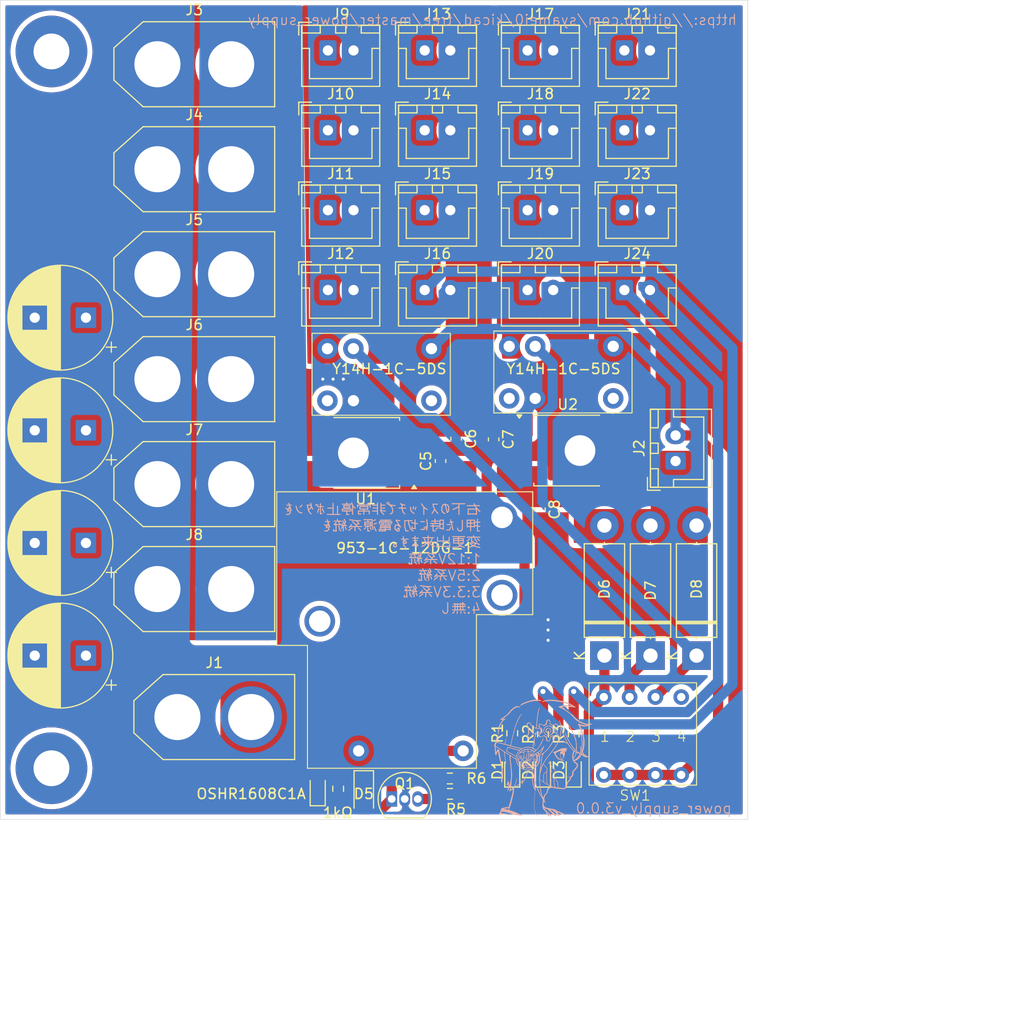
<source format=kicad_pcb>
(kicad_pcb (version 20240108) (generator "pcbnew") (generator_version "8.0")
  (layers (0 "F.Cu" signal) (31 "B.Cu" signal) (34 "B.Paste" user) (35 "F.Paste" user) (36 "B.SilkS" user "B.Silkscreen") (37 "F.SilkS" user "F.Silkscreen") (38 "B.Mask" user) (39 "F.Mask" user) (44 "Edge.Cuts" user))
  (net 0 "")
  (net 1 "GND")
  (net 2 "Net-(D1-A)")
  (net 3 "Net-(D2-A)")
  (net 4 "Net-(D3-A)")
  (net 5 "+12V_IN")
  (net 6 "Net-(D4-K)")
  (net 7 "Net-(D5-A)")
  (net 8 "Net-(D6-A)")
  (net 9 "Net-(D6-K)")
  (net 10 "Net-(D7-K)")
  (net 11 "Net-(D8-K)")
  (net 12 "+12V_OUT")
  (net 13 "+5V_OUT")
  (net 14 "+3.3V_OUT")
  (net 15 "Net-(Q1-B)")
  (net 17 "+5V_IN")
  (net 18 "+3.3V_IN")
  (net 24 "+12_IN")
  (footprint "LED_SMD:LED_0603_1608Metric_Pad1.05x0.95mm_HandSolder" (layer "F.Cu") (at 65 87.175 90)
    (property "Reference" "D2" (at 0 -1.43 90) (layer "F.SilkS"))
    (property "Value" "LED")
    (pad "1" smd roundrect (at -0.875 0 90) (size 1.05 0.95) (layers "F.Cu" "F.Paste" "F.Mask") (net 1 "GND"))
    (pad "2" smd roundrect (at 0.875 0 90) (size 1.05 0.95) (layers "F.Cu" "F.Paste" "F.Mask") (net 3 "Net-(D2-A)"))
  )
  (footprint "00a:TO-252-3_TabPin2" (layer "F.Cu") (at 67.415 55.975)
    (property "Reference" "U2" (at 0 -4.5 0) (layer "F.SilkS"))
    (property "Value" "NJM2845DL1-33")
    (pad "1" smd roundrect (at -5.04 -2.28) (size 2.2 1.2) (layers "F.Cu" "F.Paste" "F.Mask") (roundrect_rratio 0.208333) (net 17 "+5V_IN"))
    (pad "2" smd roundrect (at -5.04 0) (size 2.2 1.2) (layers "F.Cu" "F.Paste" "F.Mask") (roundrect_rratio 0.208333) (net 1 "GND"))
    (pad "2" smd roundrect (at -0.415 -1.525) (size 3.05 2.75) (layers "F.Cu" "F.Paste") (roundrect_rratio 0.090909) (net 1 "GND"))
    (pad "2" smd roundrect (at -0.415 1.525) (size 3.05 2.75) (layers "F.Cu" "F.Paste") (roundrect_rratio 0.090909) (net 1 "GND"))
    (pad "2" thru_hole circle (at 1.2 0) (size 4 4) (drill 3) (layers "*.Cu" "*.Mask") (net 1 "GND"))
    (pad "2" smd roundrect (at 1.26 0) (size 6.4 5.8) (layers "F.Cu" "F.Mask") (roundrect_rratio 0.043103) (net 1 "GND"))
    (pad "2" smd roundrect (at 2.935 -1.525) (size 3.05 2.75) (layers "F.Cu" "F.Paste") (roundrect_rratio 0.090909) (net 1 "GND"))
    (pad "2" smd roundrect (at 2.935 1.525) (size 3.05 2.75) (layers "F.Cu" "F.Paste") (roundrect_rratio 0.090909) (net 1 "GND"))
    (pad "3" smd roundrect (at -5.04 2.28) (size 2.2 1.2) (layers "F.Cu" "F.Paste" "F.Mask") (roundrect_rratio 0.208333) (net 18 "+3.3V_IN"))
  )
  (footprint "Connector_JST:JST_XH_B2B-XH-A_1x02_P2.50mm_Vertical" (layer "F.Cu") (at 44 40.3)
    (property "Reference" "J12" (at 1.25 -3.55 0) (layer "F.SilkS"))
    (property "Value" "XH_OUT")
    (pad "1" thru_hole roundrect (at 0 0) (size 1.7 2) (drill 1) (layers "*.Cu" "*.Mask") (roundrect_rratio 0.147059) (net 13 "+5V_OUT"))
    (pad "2" thru_hole oval (at 2.5 0) (size 1.7 2) (drill 1) (layers "*.Cu" "*.Mask") (net 1 "GND"))
  )
  (footprint "Resistor_SMD:R_0603_1608Metric_Pad0.98x0.95mm_HandSolder" (layer "F.Cu") (at 68 83.675 90)
    (property "Reference" "R3" (at 0 -1.43 90) (layer "F.SilkS"))
    (property "Value" "120Ω")
    (pad "1" smd roundrect (at -0.9125 0 90) (size 0.975 0.95) (layers "F.Cu" "F.Paste" "F.Mask") (net 4 "Net-(D3-A)"))
    (pad "2" smd roundrect (at 0.9125 0 90) (size 0.975 0.95) (layers "F.Cu" "F.Paste" "F.Mask") (net 14 "+3.3V_OUT"))
  )
  (footprint "Resistor_SMD:R_0603_1608Metric_Pad0.98x0.95mm_HandSolder" (layer "F.Cu") (at 65 83.675 90)
    (property "Reference" "R2" (at 0 -1.43 90) (layer "F.SilkS"))
    (property "Value" "300Ω")
    (pad "1" smd roundrect (at -0.9125 0 90) (size 0.975 0.95) (layers "F.Cu" "F.Paste" "F.Mask") (net 3 "Net-(D2-A)"))
    (pad "2" smd roundrect (at 0.9125 0 90) (size 0.975 0.95) (layers "F.Cu" "F.Paste" "F.Mask") (net 13 "+5V_OUT"))
  )
  (footprint "Connector_AMASS:AMASS_XT60-F_1x02_P7.20mm_Vertical" (layer "F.Cu") (at 27.35 49)
    (property "Reference" "J6" (at 3.6 -5.3 0) (layer "F.SilkS"))
    (property "Value" "XT60_OUT")
    (pad "1" thru_hole roundrect (at 0 0) (size 6 6) (drill 4.5) (layers "*.Cu" "*.Mask") (net 1 "GND"))
    (pad "2" thru_hole circle (at 7.2 0) (size 6 6) (drill 4.5) (layers "*.Cu" "*.Mask") (net 12 "+12V_OUT"))
  )
  (footprint "Capacitor_SMD:C_0603_1608Metric_Pad1.08x0.95mm_HandSolder" (layer "F.Cu") (at 56.520364 54.82198 -90)
    (property "Reference" "C6" (at 0 -1.43 90) (layer "F.SilkS"))
    (property "Value" "0.1μF")
    (pad "1" smd roundrect (at -0.8625 0 270) (size 1.075 0.95) (layers "F.Cu" "F.Paste" "F.Mask") (net 17 "+5V_IN"))
    (pad "2" smd roundrect (at 0.8625 0 270) (size 1.075 0.95) (layers "F.Cu" "F.Paste" "F.Mask") (net 1 "GND"))
  )
  (footprint "Connector_JST:JST_XH_B2B-XH-A_1x02_P2.50mm_Vertical" (layer "F.Cu") (at 63.5 24.7)
    (property "Reference" "J18" (at 1.25 -3.55 0) (layer "F.SilkS"))
    (property "Value" "XH_3.3V_OUT")
    (pad "1" thru_hole roundrect (at 0 0) (size 1.7 2) (drill 1) (layers "*.Cu" "*.Mask") (roundrect_rratio 0.147059) (net 14 "+3.3V_OUT"))
    (pad "2" thru_hole oval (at 2.5 0) (size 1.7 2) (drill 1) (layers "*.Cu" "*.Mask") (net 1 "GND"))
  )
  (footprint "Connector_AMASS:AMASS_XT60-F_1x02_P7.20mm_Vertical" (layer "F.Cu") (at 27.35 59.25)
    (property "Reference" "J7" (at 3.6 -5.3 0) (layer "F.SilkS"))
    (property "Value" "XT60_OUT")
    (pad "1" thru_hole roundrect (at 0 0) (size 6 6) (drill 4.5) (layers "*.Cu" "*.Mask") (net 1 "GND"))
    (pad "2" thru_hole circle (at 7.2 0) (size 6 6) (drill 4.5) (layers "*.Cu" "*.Mask") (net 12 "+12V_OUT"))
  )
  (footprint "Connector_JST:JST_XH_B2B-XH-A_1x02_P2.50mm_Vertical" (layer "F.Cu") (at 44 32.5)
    (property "Reference" "J11" (at 1.25 -3.55 0) (layer "F.SilkS"))
    (property "Value" "XH_OUT")
    (pad "1" thru_hole roundrect (at 0 0) (size 1.7 2) (drill 1) (layers "*.Cu" "*.Mask") (roundrect_rratio 0.147059) (net 13 "+5V_OUT"))
    (pad "2" thru_hole oval (at 2.5 0) (size 1.7 2) (drill 1) (layers "*.Cu" "*.Mask") (net 1 "GND"))
  )
  (footprint "Connector_AMASS:AMASS_XT60-F_1x02_P7.20mm_Vertical" (layer "F.Cu") (at 29.3 82)
    (property "Reference" "J1" (at 3.6 -5.3 0) (layer "F.SilkS"))
    (property "Value" "XT60_IN")
    (pad "1" thru_hole roundrect (at 0 0) (size 6 6) (drill 4.5) (layers "*.Cu" "*.Mask") (net 1 "GND"))
    (pad "2" thru_hole circle (at 7.2 0) (size 6 6) (drill 4.5) (layers "*.Cu" "*.Mask") (net 5 "+12V_IN"))
  )
  (footprint "00a:Y14H-1C-5DS" (layer "F.Cu") (at 61.7 45.8)
    (property "Reference" "U5" (hide yes))
    (property "Value" "Y14H-1C-5DS" (at 5.3 2.2 0) (layer "F.SilkS"))
    (pad "1" thru_hole circle (at 0 0) (size 2 2) (drill 1.1) (layers "*.Cu" "*.Mask") (net 14 "+3.3V_OUT"))
    (pad "2" thru_hole circle (at 0 5.08) (size 2 2) (drill 1.1) (layers "*.Cu" "*.Mask"))
    (pad "3" thru_hole circle (at 2.54 0) (size 2 2) (drill 1.1) (layers "*.Cu" "*.Mask") (net 11 "Net-(D8-K)"))
    (pad "4" thru_hole circle (at 2.54 5.08) (size 2 2) (drill 1.1) (layers "*.Cu" "*.Mask") (net 1 "GND"))
    (pad "5" thru_hole circle (at 10.16 0) (size 2 2) (drill 1.1) (layers "*.Cu" "*.Mask") (net 18 "+3.3V_IN"))
    (pad "6" thru_hole circle (at 10.16 5.08) (size 2 2) (drill 1.1) (layers "*.Cu" "*.Mask"))
  )
  (footprint "Connector_AMASS:AMASS_XT60-F_1x02_P7.20mm_Vertical" (layer "F.Cu") (at 27.35 38.75)
    (property "Reference" "J5" (at 3.6 -5.3 0) (layer "F.SilkS"))
    (property "Value" "XT60_OUT")
    (pad "1" thru_hole roundrect (at 0 0) (size 6 6) (drill 4.5) (layers "*.Cu" "*.Mask") (net 1 "GND"))
    (pad "2" thru_hole circle (at 7.2 0) (size 6 6) (drill 4.5) (layers "*.Cu" "*.Mask") (net 12 "+12V_OUT"))
  )
  (footprint "Connector_JST:JST_XH_B2B-XH-A_1x02_P2.50mm_Vertical" (layer "F.Cu") (at 63.5 16.9)
    (property "Reference" "J17" (at 1.25 -3.55 0) (layer "F.SilkS"))
    (property "Value" "XH_3.3V_OUT")
    (pad "1" thru_hole roundrect (at 0 0) (size 1.7 2) (drill 1) (layers "*.Cu" "*.Mask") (roundrect_rratio 0.147059) (net 14 "+3.3V_OUT"))
    (pad "2" thru_hole oval (at 2.5 0) (size 1.7 2) (drill 1) (layers "*.Cu" "*.Mask") (net 1 "GND"))
  )
  (footprint "Resistor_SMD:R_0603_1608Metric_Pad0.98x0.95mm_HandSolder" (layer "F.Cu") (at 45 89 90)
    (property "Reference" "R4" (hide yes))
    (property "Value" "1kΩ" (at -2.34529 -0.028129 180) (layer "F.SilkS"))
    (pad "1" smd roundrect (at -0.9125 0 90) (size 0.975 0.95) (layers "F.Cu" "F.Paste" "F.Mask") (net 6 "Net-(D4-K)"))
    (pad "2" smd roundrect (at 0.9125 0 90) (size 0.975 0.95) (layers "F.Cu" "F.Paste" "F.Mask") (net 7 "Net-(D5-A)"))
  )
  (footprint "00a:hole_M3" (layer "F.Cu") (at 17 17)
    (property "Reference" "REF**" (hide yes))
    (property "Value" "hole_M3")
    (pad "1" thru_hole circle (at 0 0) (size 7 7) (drill 3.5) (layers "*.Cu" "*.Mask"))
  )
  (footprint "Connector_JST:JST_XH_B2B-XH-A_1x02_P2.50mm_Vertical" (layer "F.Cu") (at 72.95 24.7)
    (property "Reference" "J22" (at 1.25 -3.55 0) (layer "F.SilkS"))
    (property "Value" "XH_3.3V_OUT")
    (pad "1" thru_hole roundrect (at 0 0) (size 1.7 2) (drill 1) (layers "*.Cu" "*.Mask") (roundrect_rratio 0.147059) (net 14 "+3.3V_OUT"))
    (pad "2" thru_hole oval (at 2.5 0) (size 1.7 2) (drill 1) (layers "*.Cu" "*.Mask") (net 1 "GND"))
  )
  (footprint "LED_SMD:LED_0603_1608Metric_Pad1.05x0.95mm_HandSolder" (layer "F.Cu") (at 62 87.175 90)
    (property "Reference" "D1" (at 0 -1.43 90) (layer "F.SilkS"))
    (property "Value" "LED")
    (pad "1" smd roundrect (at -0.875 0 90) (size 1.05 0.95) (layers "F.Cu" "F.Paste" "F.Mask") (net 1 "GND"))
    (pad "2" smd roundrect (at 0.875 0 90) (size 1.05 0.95) (layers "F.Cu" "F.Paste" "F.Mask") (net 2 "Net-(D1-A)"))
  )
  (footprint "Connector_JST:JST_XH_B2B-XH-A_1x02_P2.50mm_Vertical" (layer "F.Cu") (at 72.95 32.5)
    (property "Reference" "J23" (at 1.25 -3.55 0) (layer "F.SilkS"))
    (property "Value" "XH_3.3V_OUT")
    (pad "1" thru_hole roundrect (at 0 0) (size 1.7 2) (drill 1) (layers "*.Cu" "*.Mask") (roundrect_rratio 0.147059) (net 14 "+3.3V_OUT"))
    (pad "2" thru_hole oval (at 2.5 0) (size 1.7 2) (drill 1) (layers "*.Cu" "*.Mask") (net 1 "GND"))
  )
  (footprint "Connector_AMASS:AMASS_XT60-F_1x02_P7.20mm_Vertical" (layer "F.Cu") (at 27.35 18.25)
    (property "Reference" "J3" (at 3.6 -5.3 0) (layer "F.SilkS"))
    (property "Value" "XT60_OUT")
    (pad "1" thru_hole roundrect (at 0 0) (size 6 6) (drill 4.5) (layers "*.Cu" "*.Mask") (net 1 "GND"))
    (pad "2" thru_hole circle (at 7.2 0) (size 6 6) (drill 4.5) (layers "*.Cu" "*.Mask") (net 12 "+12V_OUT"))
  )
  (footprint "Capacitor_SMD:C_0603_1608Metric_Pad1.08x0.95mm_HandSolder" (layer "F.Cu") (at 55 57 90)
    (property "Reference" "C5" (at 0 -1.43 90) (layer "F.SilkS"))
    (property "Value" "0.33μF")
    (pad "1" smd roundrect (at -0.8625 0 90) (size 1.075 0.95) (layers "F.Cu" "F.Paste" "F.Mask") (net 5 "+12V_IN"))
    (pad "2" smd roundrect (at 0.8625 0 90) (size 1.075 0.95) (layers "F.Cu" "F.Paste" "F.Mask") (net 1 "GND"))
  )
  (footprint "Diode_THT:D_5W_P12.70mm_Horizontal" (layer "F.Cu") (at 80 76 90)
    (property "Reference" "D8" (at 6.5 0 90) (layer "F.SilkS"))
    (property "Value" "D")
    (fp_text user "K" (at 0 -2.4 90) (layer "F.SilkS"))
    (pad "1" thru_hole rect (at 0 0 90) (size 2.8 2.8) (drill 1.4) (layers "*.Cu" "*.Mask") (net 11 "Net-(D8-K)"))
    (pad "2" thru_hole oval (at 12.7 0 90) (size 2.8 2.8) (drill 1.4) (layers "*.Cu" "*.Mask") (net 8 "Net-(D6-A)"))
  )
  (footprint "00a:953-1C-12DG-1" (layer "F.Cu") (at 42 62.5)
    (property "Reference" "U3" (hide yes))
    (property "Value" "953-1C-12DG-1" (at 9.5 3 0) (layer "F.SilkS"))
    (pad "1" thru_hole circle (at 5 22.8) (size 2 2) (drill 1.1) (layers "*.Cu" "*.Mask") (net 5 "+12V_IN"))
    (pad "2" thru_hole circle (at 15.2 22.8 270) (size 2 2) (drill 1.1) (layers "*.Cu" "*.Mask") (net 7 "Net-(D5-A)"))
    (pad "3" thru_hole circle (at 1.2 10.14) (size 3 3) (drill 2.1) (layers "*.Cu" "*.Mask") (net 24 "+12_IN"))
    (pad "4" thru_hole circle (at 19 7.6) (size 3 3) (drill 2.1) (layers "*.Cu" "*.Mask"))
    (pad "5" thru_hole circle (at 19 0) (size 3 3) (drill 2.1) (layers "*.Cu" "*.Mask") (net 12 "+12V_OUT"))
  )
  (footprint "Connector_JST:JST_XH_B2B-XH-A_1x02_P2.50mm_Vertical" (layer "F.Cu") (at 72.95 16.9)
    (property "Reference" "J21" (at 1.25 -3.55 0) (layer "F.SilkS"))
    (property "Value" "XH_3.3V_OUT")
    (pad "1" thru_hole roundrect (at 0 0) (size 1.7 2) (drill 1) (layers "*.Cu" "*.Mask") (roundrect_rratio 0.147059) (net 14 "+3.3V_OUT"))
    (pad "2" thru_hole oval (at 2.5 0) (size 1.7 2) (drill 1) (layers "*.Cu" "*.Mask") (net 1 "GND"))
  )
  (footprint "Connector_JST:JST_XH_B2B-XH-A_1x02_P2.50mm_Vertical" (layer "F.Cu") (at 53.45 32.5)
    (property "Reference" "J15" (at 1.25 -3.55 0) (layer "F.SilkS"))
    (property "Value" "XH_OUT")
    (pad "1" thru_hole roundrect (at 0 0) (size 1.7 2) (drill 1) (layers "*.Cu" "*.Mask") (roundrect_rratio 0.147059) (net 13 "+5V_OUT"))
    (pad "2" thru_hole oval (at 2.5 0) (size 1.7 2) (drill 1) (layers "*.Cu" "*.Mask") (net 1 "GND"))
  )
  (footprint "00a:Y14H-1C-5DS" (layer "F.Cu") (at 43.95 46.025)
    (property "Reference" "U4" (hide yes))
    (property "Value" "Y14H-1C-5DS" (at 6.05 1.975 0) (layer "F.SilkS"))
    (pad "1" thru_hole circle (at 0 0) (size 2 2) (drill 1.1) (layers "*.Cu" "*.Mask") (net 13 "+5V_OUT"))
    (pad "2" thru_hole circle (at 0 5.08) (size 2 2) (drill 1.1) (layers "*.Cu" "*.Mask"))
    (pad "3" thru_hole circle (at 2.54 0) (size 2 2) (drill 1.1) (layers "*.Cu" "*.Mask") (net 10 "Net-(D7-K)"))
    (pad "4" thru_hole circle (at 2.54 5.08) (size 2 2) (drill 1.1) (layers "*.Cu" "*.Mask") (net 1 "GND"))
    (pad "5" thru_hole circle (at 10.16 0) (size 2 2) (drill 1.1) (layers "*.Cu" "*.Mask") (net 17 "+5V_IN"))
    (pad "6" thru_hole circle (at 10.16 5.08) (size 2 2) (drill 1.1) (layers "*.Cu" "*.Mask"))
  )
  (footprint "Connector_JST:JST_XH_B2B-XH-A_1x02_P2.50mm_Vertical" (layer "F.Cu") (at 72.95 40.3)
    (property "Reference" "J24" (at 1.25 -3.55 0) (layer "F.SilkS"))
    (property "Value" "XH_3.3V_OUT")
    (pad "1" thru_hole roundrect (at 0 0) (size 1.7 2) (drill 1) (layers "*.Cu" "*.Mask") (roundrect_rratio 0.147059) (net 14 "+3.3V_OUT"))
    (pad "2" thru_hole oval (at 2.5 0) (size 1.7 2) (drill 1) (layers "*.Cu" "*.Mask") (net 1 "GND"))
  )
  (footprint "00a:KSD42" (layer "F.Cu") (at 78.5 87.65 180)
    (property "Reference" "SW1" (at 4.5 -2 0) (layer "F.SilkS") (effects (font (thickness 0.1))))
    (property "Value" "SW_DIP_x04")
    (fp_text user "3" (at 3 3.15 0) (layer "F.SilkS") (effects (font (thickness 0.1)) (justify left bottom)))
    (fp_text user "2" (at 5.5 3.15 0) (layer "F.SilkS") (effects (font (thickness 0.1)) (justify left bottom)))
    (fp_text user "4" (at 0.5 3.15 0) (layer "F.SilkS") (effects (font (thickness 0.1)) (justify left bottom)))
    (fp_text user "1" (at 8 3.15 0) (layer "F.SilkS") (effects (font (thickness 0.1)) (justify left bottom)))
    (pad "1" thru_hole circle (at 0 0 180) (size 1.524 1.524) (drill 0.81) (layers "*.Cu" "*.Mask") (net 17 "+5V_IN"))
    (pad "2" thru_hole circle (at 2.52 0 180) (size 1.524 1.524) (drill 0.81) (layers "*.Cu" "*.Mask") (net 17 "+5V_IN"))
    (pad "3" thru_hole circle (at 5.04 0 180) (size 1.524 1.524) (drill 0.81) (layers "*.Cu" "*.Mask") (net 17 "+5V_IN"))
    (pad "4" thru_hole circle (at 7.56 0 180) (size 1.524 1.524) (drill 0.81) (layers "*.Cu" "*.Mask") (net 17 "+5V_IN"))
    (pad "5" thru_hole circle (at 0 7.6 180) (size 1.524 1.524) (drill 0.81) (layers "*.Cu" "*.Mask"))
    (pad "6" thru_hole circle (at 2.52 7.6 180) (size 1.524 1.524) (drill 0.81) (layers "*.Cu" "*.Mask") (net 11 "Net-(D8-K)"))
    (pad "7" thru_hole circle (at 5.04 7.6 180) (size 1.524 1.524) (drill 0.81) (layers "*.Cu" "*.Mask") (net 10 "Net-(D7-K)"))
    (pad "8" thru_hole circle (at 7.56 7.6 180) (size 1.524 1.524) (drill 0.81) (layers "*.Cu" "*.Mask") (net 9 "Net-(D6-K)"))
  )
  (footprint "Connector_JST:JST_XH_B2B-XH-A_1x02_P2.50mm_Vertical" (layer "F.Cu") (at 53.45 24.7)
    (property "Reference" "J14" (at 1.25 -3.55 0) (layer "F.SilkS"))
    (property "Value" "XH_OUT")
    (pad "1" thru_hole roundrect (at 0 0) (size 1.7 2) (drill 1) (layers "*.Cu" "*.Mask") (roundrect_rratio 0.147059) (net 13 "+5V_OUT"))
    (pad "2" thru_hole oval (at 2.5 0) (size 1.7 2) (drill 1) (layers "*.Cu" "*.Mask") (net 1 "GND"))
  )
  (footprint "00a:TO-252-3_TabPin2" (layer "F.Cu") (at 47.689398 56.202189 180)
    (property "Reference" "U1" (at 0 -4.5 0) (layer "F.SilkS"))
    (property "Value" "NJM7805SDL1")
    (pad "1" smd roundrect (at -5.04 -2.28 180) (size 2.2 1.2) (layers "F.Cu" "F.Paste" "F.Mask") (roundrect_rratio 0.208333) (net 5 "+12V_IN"))
    (pad "2" smd roundrect (at -5.04 0 180) (size 2.2 1.2) (layers "F.Cu" "F.Paste" "F.Mask") (roundrect_rratio 0.208333) (net 1 "GND"))
    (pad "2" smd roundrect (at -0.415 -1.525 180) (size 3.05 2.75) (layers "F.Cu" "F.Paste") (roundrect_rratio 0.090909) (net 1 "GND"))
    (pad "2" smd roundrect (at -0.415 1.525 180) (size 3.05 2.75) (layers "F.Cu" "F.Paste") (roundrect_rratio 0.090909) (net 1 "GND"))
    (pad "2" thru_hole circle (at 1.2 0 180) (size 4 4) (drill 3) (layers "*.Cu" "*.Mask") (net 1 "GND"))
    (pad "2" smd roundrect (at 1.26 0 180) (size 6.4 5.8) (layers "F.Cu" "F.Mask") (roundrect_rratio 0.043103) (net 1 "GND"))
    (pad "2" smd roundrect (at 2.935 -1.525 180) (size 3.05 2.75) (layers "F.Cu" "F.Paste") (roundrect_rratio 0.090909) (net 1 "GND"))
    (pad "2" smd roundrect (at 2.935 1.525 180) (size 3.05 2.75) (layers "F.Cu" "F.Paste") (roundrect_rratio 0.090909) (net 1 "GND"))
    (pad "3" smd roundrect (at -5.04 2.28 180) (size 2.2 1.2) (layers "F.Cu" "F.Paste" "F.Mask") (roundrect_rratio 0.208333) (net 17 "+5V_IN"))
  )
  (footprint "Resistor_SMD:R_0603_1608Metric_Pad0.98x0.95mm_HandSolder" (layer "F.Cu") (at 55.9125 89.5 180)
    (property "Reference" "R5" (at -0.5875 -1.5 0) (layer "F.SilkS"))
    (property "Value" "1kΩ")
    (pad "1" smd roundrect (at -0.9125 0 180) (size 0.975 0.95) (layers "F.Cu" "F.Paste" "F.Mask") (net 9 "Net-(D6-K)"))
    (pad "2" smd roundrect (at 0.9125 0 180) (size 0.975 0.95) (layers "F.Cu" "F.Paste" "F.Mask") (net 15 "Net-(Q1-B)"))
  )
  (footprint "Capacitor_THT:CP_Radial_D10.0mm_P5.00mm" (layer "F.Cu") (at 20.367677 65 180)
    (property "Reference" "C3" (hide yes))
    (property "Value" "C_Polarized")
    (pad "1" thru_hole rect (at 0 0 180) (size 2 2) (drill 1) (layers "*.Cu" "*.Mask") (net 5 "+12V_IN"))
    (pad "2" thru_hole circle (at 5 0 180) (size 2 2) (drill 1) (layers "*.Cu" "*.Mask") (net 1 "GND"))
  )
  (footprint "Connector_AMASS:AMASS_XT60-F_1x02_P7.20mm_Vertical" (layer "F.Cu") (at 27.35 28.5)
    (property "Reference" "J4" (at 3.6 -5.3 0) (layer "F.SilkS"))
    (property "Value" "XT60_OUT")
    (pad "1" thru_hole roundrect (at 0 0) (size 6 6) (drill 4.5) (layers "*.Cu" "*.Mask") (net 1 "GND"))
    (pad "2" thru_hole circle (at 7.2 0) (size 6 6) (drill 4.5) (layers "*.Cu" "*.Mask") (net 12 "+12V_OUT"))
  )
  (footprint "Connector_JST:JST_XH_B2B-XH-A_1x02_P2.50mm_Vertical" (layer "F.Cu") (at 44 24.7)
    (property "Reference" "J10" (at 1.25 -3.55 0) (layer "F.SilkS"))
    (property "Value" "XH_OUT")
    (pad "1" thru_hole roundrect (at 0 0) (size 1.7 2) (drill 1) (layers "*.Cu" "*.Mask") (roundrect_rratio 0.147059) (net 13 "+5V_OUT"))
    (pad "2" thru_hole oval (at 2.5 0) (size 1.7 2) (drill 1) (layers "*.Cu" "*.Mask") (net 1 "GND"))
  )
  (footprint "Resistor_SMD:R_0603_1608Metric_Pad0.98x0.95mm_HandSolder" (layer "F.Cu") (at 55.9125 88 180)
    (property "Reference" "R6" (at -2.5875 0 0) (layer "F.SilkS"))
    (property "Value" "10kΩ")
    (pad "1" smd roundrect (at -0.9125 0 180) (size 0.975 0.95) (layers "F.Cu" "F.Paste" "F.Mask") (net 1 "GND"))
    (pad "2" smd roundrect (at 0.9125 0 180) (size 0.975 0.95) (layers "F.Cu" "F.Paste" "F.Mask") (net 15 "Net-(Q1-B)"))
  )
  (footprint "Capacitor_THT:CP_Radial_D10.0mm_P5.00mm" (layer "F.Cu") (at 20.367677 43 180)
    (property "Reference" "C1" (hide yes))
    (property "Value" "C_Polarized")
    (pad "1" thru_hole rect (at 0 0 180) (size 2 2) (drill 1) (layers "*.Cu" "*.Mask") (net 5 "+12V_IN"))
    (pad "2" thru_hole circle (at 5 0 180) (size 2 2) (drill 1) (layers "*.Cu" "*.Mask") (net 1 "GND"))
  )
  (footprint "LED_SMD:LED_0603_1608Metric_Pad1.05x0.95mm_HandSolder" (layer "F.Cu") (at 68 87.175 90)
    (property "Reference" "D3" (at 0 -1.43 90) (layer "F.SilkS"))
    (property "Value" "LED")
    (pad "1" smd roundrect (at -0.875 0 90) (size 1.05 0.95) (layers "F.Cu" "F.Paste" "F.Mask") (net 1 "GND"))
    (pad "2" smd roundrect (at 0.875 0 90) (size 1.05 0.95) (layers "F.Cu" "F.Paste" "F.Mask") (net 4 "Net-(D3-A)"))
  )
  (footprint "Connector_JST:JST_XH_B2B-XH-A_1x02_P2.50mm_Vertical" (layer "F.Cu") (at 44 16.9)
    (property "Reference" "J9" (at 1.25 -3.55 0) (layer "F.SilkS"))
    (property "Value" "XH_OUT")
    (pad "1" thru_hole roundrect (at 0 0) (size 1.7 2) (drill 1) (layers "*.Cu" "*.Mask") (roundrect_rratio 0.147059) (net 13 "+5V_OUT"))
    (pad "2" thru_hole oval (at 2.5 0) (size 1.7 2) (drill 1) (layers "*.Cu" "*.Mask") (net 1 "GND"))
  )
  (footprint "Capacitor_THT:CP_Radial_D10.0mm_P5.00mm" (layer "F.Cu") (at 20.367677 76 180)
    (property "Reference" "C4" (hide yes))
    (property "Value" "C_Polarized")
    (pad "1" thru_hole rect (at 0 0 180) (size 2 2) (drill 1) (layers "*.Cu" "*.Mask") (net 5 "+12V_IN"))
    (pad "2" thru_hole circle (at 5 0 180) (size 2 2) (drill 1) (layers "*.Cu" "*.Mask") (net 1 "GND"))
  )
  (footprint "Connector_JST:JST_XH_B2B-XH-A_1x02_P2.50mm_Vertical" (layer "F.Cu") (at 53.45 40.3)
    (property "Reference" "J16" (at 1.25 -3.55 0) (layer "F.SilkS"))
    (property "Value" "XH_OUT")
    (pad "1" thru_hole roundrect (at 0 0) (size 1.7 2) (drill 1) (layers "*.Cu" "*.Mask") (roundrect_rratio 0.147059) (net 13 "+5V_OUT"))
    (pad "2" thru_hole oval (at 2.5 0) (size 1.7 2) (drill 1) (layers "*.Cu" "*.Mask") (net 1 "GND"))
  )
  (footprint "LED_SMD:LED_0603_1608Metric_Pad1.05x0.95mm_HandSolder" (layer "F.Cu") (at 43 89 90)
    (property "Reference" "D4" (hide yes))
    (property "Value" "OSHR1608C1A" (at -0.5 -6.5 180) (layer "F.SilkS"))
    (pad "1" smd roundrect (at -0.875 0 90) (size 1.05 0.95) (layers "F.Cu" "F.Paste" "F.Mask") (net 6 "Net-(D4-K)"))
    (pad "2" smd roundrect (at 0.875 0 90) (size 1.05 0.95) (layers "F.Cu" "F.Paste" "F.Mask") (net 5 "+12V_IN"))
  )
  (footprint "00a:hole_M3" (layer "F.Cu") (at 17 87)
    (property "Reference" "REF**" (hide yes))
    (property "Value" "hole_M3")
    (pad "1" thru_hole circle (at 0 0) (size 7 7) (drill 3.5) (layers "*.Cu" "*.Mask"))
  )
  (footprint "Connector_JST:JST_XH_B2B-XH-A_1x02_P2.50mm_Vertical" (layer "F.Cu") (at 63.5 40.3)
    (property "Reference" "J20" (at 1.25 -3.55 0) (layer "F.SilkS"))
    (property "Value" "XH_3.3V_OUT")
    (pad "1" thru_hole roundrect (at 0 0) (size 1.7 2) (drill 1) (layers "*.Cu" "*.Mask") (roundrect_rratio 0.147059) (net 14 "+3.3V_OUT"))
    (pad "2" thru_hole oval (at 2.5 0) (size 1.7 2) (drill 1) (layers "*.Cu" "*.Mask") (net 1 "GND"))
  )
  (footprint "Capacitor_THT:CP_Radial_D10.0mm_P5.00mm" (layer "F.Cu") (at 20.367677 54 180)
    (property "Reference" "C2" (hide yes))
    (property "Value" "C_Polarized")
    (pad "1" thru_hole rect (at 0 0 180) (size 2 2) (drill 1) (layers "*.Cu" "*.Mask") (net 5 "+12V_IN"))
    (pad "2" thru_hole circle (at 5 0 180) (size 2 2) (drill 1) (layers "*.Cu" "*.Mask") (net 1 "GND"))
  )
  (footprint "Capacitor_SMD:C_0603_1608Metric_Pad1.08x0.95mm_HandSolder" (layer "F.Cu") (at 64.699264 61.7263 -90)
    (property "Reference" "C8" (at 0 -1.43 90) (layer "F.SilkS"))
    (property "Value" "0.1μF")
    (pad "1" smd roundrect (at -0.8625 0 270) (size 1.075 0.95) (layers "F.Cu" "F.Paste" "F.Mask") (net 18 "+3.3V_IN"))
    (pad "2" smd roundrect (at 0.8625 0 270) (size 1.075 0.95) (layers "F.Cu" "F.Paste" "F.Mask") (net 1 "GND"))
  )
  (footprint "Connector_JST:JST_XH_B2B-XH-A_1x02_P2.50mm_Vertical" (layer "F.Cu") (at 63.5 32.5)
    (property "Reference" "J19" (at 1.25 -3.55 0) (layer "F.SilkS"))
    (property "Value" "XH_3.3V_OUT")
    (pad "1" thru_hole roundrect (at 0 0) (size 1.7 2) (drill 1) (layers "*.Cu" "*.Mask") (roundrect_rratio 0.147059) (net 14 "+3.3V_OUT"))
    (pad "2" thru_hole oval (at 2.5 0) (size 1.7 2) (drill 1) (layers "*.Cu" "*.Mask") (net 1 "GND"))
  )
  (footprint "Capacitor_SMD:C_0603_1608Metric_Pad1.08x0.95mm_HandSolder" (layer "F.Cu") (at 60.18469 54.88325 -90)
    (property "Reference" "C7" (at 0 -1.43 90) (layer "F.SilkS"))
    (property "Value" "0.33μF")
    (pad "1" smd roundrect (at -0.8625 0 270) (size 1.075 0.95) (layers "F.Cu" "F.Paste" "F.Mask") (net 17 "+5V_IN"))
    (pad "2" smd roundrect (at 0.8625 0 270) (size 1.075 0.95) (layers "F.Cu" "F.Paste" "F.Mask") (net 1 "GND"))
  )
  (footprint "Connector_JST:JST_XH_B2B-XH-A_1x02_P2.50mm_Vertical" (layer "F.Cu") (at 77.95 57 90)
    (property "Reference" "J2" (at 1.25 -3.55 90) (layer "F.SilkS"))
    (property "Value" "Emergency Stop Switch")
    (pad "1" thru_hole roundrect (at 0 0 90) (size 1.7 2) (drill 1) (layers "*.Cu" "*.Mask") (roundrect_rratio 0.147059) (net 8 "Net-(D6-A)"))
    (pad "2" thru_hole oval (at 2.5 0 90) (size 1.7 2) (drill 1) (layers "*.Cu" "*.Mask") (net 17 "+5V_IN"))
  )
  (footprint "Diode_SMD:Nexperia_CFP3_SOD-123W" (layer "F.Cu") (at 47.5 89.5 -90)
    (property "Reference" "D5" (at 0 0 180) (layer "F.SilkS"))
    (property "Value" "GS1010FL" (hide yes))
    (pad "1" smd rect (at -1.4 0 270) (size 1.2 1.2) (layers "F.Cu" "F.Paste" "F.Mask") (net 5 "+12V_IN"))
    (pad "2" smd rect (at 1.4 0 270) (size 1.2 1.2) (layers "F.Cu" "F.Paste" "F.Mask") (net 7 "Net-(D5-A)"))
  )
  (footprint "Resistor_SMD:R_0603_1608Metric_Pad0.98x0.95mm_HandSolder" (layer "F.Cu") (at 62 83.5875 90)
    (property "Reference" "R1" (at 0 -1.43 90) (layer "F.SilkS"))
    (property "Value" "1kΩ")
    (pad "1" smd roundrect (at -0.9125 0 90) (size 0.975 0.95) (layers "F.Cu" "F.Paste" "F.Mask") (net 2 "Net-(D1-A)"))
    (pad "2" smd roundrect (at 0.9125 0 90) (size 0.975 0.95) (layers "F.Cu" "F.Paste" "F.Mask") (net 12 "+12V_OUT"))
  )
  (footprint "Connector_JST:JST_XH_B2B-XH-A_1x02_P2.50mm_Vertical" (layer "F.Cu") (at 53.45 16.9)
    (property "Reference" "J13" (at 1.25 -3.55 0) (layer "F.SilkS"))
    (property "Value" "XH_OUT")
    (pad "1" thru_hole roundrect (at 0 0) (size 1.7 2) (drill 1) (layers "*.Cu" "*.Mask") (roundrect_rratio 0.147059) (net 13 "+5V_OUT"))
    (pad "2" thru_hole oval (at 2.5 0) (size 1.7 2) (drill 1) (layers "*.Cu" "*.Mask") (net 1 "GND"))
  )
  (footprint "Connector_AMASS:AMASS_XT60-F_1x02_P7.20mm_Vertical" (layer "F.Cu") (at 27.35 69.5)
    (property "Reference" "J8" (at 3.6 -5.3 0) (layer "F.SilkS"))
    (property "Value" "XT60_OUT")
    (pad "1" thru_hole roundrect (at 0 0) (size 6 6) (drill 4.5) (layers "*.Cu" "*.Mask") (net 1 "GND"))
    (pad "2" thru_hole circle (at 7.2 0) (size 6 6) (drill 4.5) (layers "*.Cu" "*.Mask") (net 12 "+12V_OUT"))
  )
  (footprint "Diode_THT:D_5W_P12.70mm_Horizontal" (layer "F.Cu") (at 75.5 76 90)
    (property "Reference" "D7" (at 6.35 0 90) (layer "F.SilkS"))
    (property "Value" "D")
    (fp_text user "K" (at 0 -2.4 90) (layer "F.SilkS"))
    (pad "1" thru_hole rect (at 0 0 90) (size 2.8 2.8) (drill 1.4) (layers "*.Cu" "*.Mask") (net 10 "Net-(D7-K)"))
    (pad "2" thru_hole oval (at 12.7 0 90) (size 2.8 2.8) (drill 1.4) (layers "*.Cu" "*.Mask") (net 8 "Net-(D6-A)"))
  )
  (footprint "Diode_THT:D_5W_P12.70mm_Horizontal" (layer "F.Cu") (at 71 76 90)
    (property "Reference" "D6" (at 6.5 0 90) (layer "F.SilkS"))
    (property "Value" "D")
    (fp_text user "K" (at 0 -2.4 90) (layer "F.SilkS"))
    (pad "1" thru_hole rect (at 0 0 90) (size 2.8 2.8) (drill 1.4) (layers "*.Cu" "*.Mask") (net 9 "Net-(D6-K)"))
    (pad "2" thru_hole oval (at 12.7 0 90) (size 2.8 2.8) (drill 1.4) (layers "*.Cu" "*.Mask") (net 8 "Net-(D6-A)"))
  )
  (footprint "Package_TO_SOT_THT:TO-92_Inline" (layer "F.Cu") (at 50.23 90)
    (property "Reference" "Q1" (at 1.27 -1.5 0) (layer "F.SilkS"))
    (property "Value" "2SC945L-K-T92-K")
    (pad "1" thru_hole rect (at 0 0) (size 1.05 1.5) (drill 0.75) (layers "*.Cu" "*.Mask") (net 7 "Net-(D5-A)"))
    (pad "2" thru_hole oval (at 1.27 0) (size 1.05 1.5) (drill 0.75) (layers "*.Cu" "*.Mask") (net 1 "GND"))
    (pad "3" thru_hole oval (at 2.54 0) (size 1.05 1.5) (drill 0.75) (layers "*.Cu" "*.Mask") (net 15 "Net-(Q1-B)"))
  )
  (footprint "00a:nuron" (layer "B.Cu") (at 64.305382 85.711979 180)
    (property "Reference" "G***" (hide yes))
    (property "Value" "LOGO" (hide yes))
  )
  (gr_rect (start 12 12) (end 85 92) (stroke (width 0.05)) (fill none) (layer "Edge.Cuts"))
  (gr_text "右下のスイッチで非常停止ボタンを\n押した時に切る電源系統を\n変更出来ます。\n1:12V系統\n2:5V系統\n3:3.3V系統\n4:無し" (at 59 72 0) (layer "B.SilkS") (effects (font (size 1 1) (thickness 0.1)) (justify left bottom mirror)))
  (gr_text "https://github.com/syamei0/kicad/tree/master/power_supply" (at 84 14.5 0) (layer "B.SilkS") (effects (font (size 1 1) (thickness 0.1)) (justify left bottom mirror)))
  (gr_text "power_supply_v3.0.0" (at 83.5 91.5 0) (layer "B.SilkS") (effects (font (size 1 1) (thickness 0.1)) (justify left bottom mirror)))
  (via (at 65.5 73.5) (size 0.6) (drill 0.3) (layers "F.Cu" "B.Cu") (net 1))
  (via (at 65.5 72.5) (size 0.6) (drill 0.3) (layers "F.Cu" "B.Cu") (net 1))
  (via (at 43.5 49) (size 0.6) (drill 0.3) (layers "F.Cu" "B.Cu") (net 1))
  (via (at 45.5 49) (size 0.6) (drill 0.3) (layers "F.Cu" "B.Cu") (net 1))
  (via (at 44.5 49) (size 0.6) (drill 0.3) (layers "F.Cu" "B.Cu") (net 1))
  (via (at 65.5 74.5) (size 0.6) (drill 0.3) (layers "F.Cu" "B.Cu") (net 1))
  (segment (start 62 84.5) (end 62 86.3) (width 1) (layer "F.Cu") (net 2))
  (segment (start 65 84.5875) (end 65 86.3) (width 1) (layer "F.Cu") (net 3))
  (segment (start 68 84.5875) (end 68 86.3) (width 1) (layer "F.Cu") (net 4))
  (segment (start 44.9625 89.875) (end 45 89.9125) (width 1) (layer "F.Cu") (net 6))
  (segment (start 43 89.875) (end 44.9625 89.875) (width 1) (layer "F.Cu") (net 6))
  (segment (start 49.33 90.9) (end 50.23 90) (width 1) (layer "F.Cu") (net 7))
  (segment (start 50.23 90) (end 50.23 88.25) (width 1) (layer "F.Cu") (net 7))
  (segment (start 45 88.0875) (end 47.5 90.5875) (width 1) (layer "F.Cu") (net 7))
  (segment (start 47.5 90.5875) (end 47.5 90.9) (width 1) (layer "F.Cu") (net 7))
  (segment (start 53.18 85.3) (end 57.2 85.3) (width 1) (layer "F.Cu") (net 7))
  (segment (start 50.23 88.25) (end 53.18 85.3) (width 1) (layer "F.Cu") (net 7))
  (segment (start 47.5 90.9) (end 49.33 90.9) (width 1) (layer "F.Cu") (net 7))
  (segment (start 68.407406 89.5) (end 69.478 88.429406) (width 1) (layer "F.Cu") (net 9))
  (segment (start 71 79.99) (end 70.94 80.05) (width 1) (layer "F.Cu") (net 9))
  (segment (start 69.478 88.429406) (end 69.478 81.512) (width 1) (layer "F.Cu") (net 9))
  (segment (start 56.825 89.5) (end 68.407406 89.5) (width 1) (layer "F.Cu") (net 9))
  (segment (start 71 76) (end 71 79.99) (width 1) (layer "F.Cu") (net 9))
  (segment (start 69.478 81.512) (end 70.94 80.05) (width 1) (layer "F.Cu") (net 9))
  (segment (start 73.46 78.04) (end 75.5 76) (width 1) (layer "F.Cu") (net 10))
  (segment (start 73.46 80.05) (end 73.46 78.04) (width 1) (layer "F.Cu") (net 10))
  (segment (start 75.5 73.88873) (end 54.41627 52.805) (width 1) (layer "B.Cu") (net 10))
  (segment (start 75.5 76) (end 75.5 73.88873) (width 1) (layer "B.Cu") (net 10))
  (segment (start 53.27 52.805) (end 46.49 46.025) (width 1) (layer "B.Cu") (net 10))
  (segment (start 54.41627 52.805) (end 53.27 52.805) (width 1) (layer "B.Cu") (net 10))
  (segment (start 75.98 80.02) (end 80 76) (width 1) (layer "F.Cu") (net 11))
  (segment (start 75.98 80.05) (end 75.98 80.02) (width 1) (layer "F.Cu") (net 11))
  (segment (start 64.944164 60.944164) (end 64.944164 52.58) (width 1) (layer "B.Cu") (net 11))
  (segment (start 65.94 47.5) (end 64.24 45.8) (width 1) (layer "B.Cu") (net 11))
  (segment (start 65.94 51.584164) (end 65.94 47.5) (width 1) (layer "B.Cu") (net 11))
  (segment (start 64.944164 52.58) (end 65.94 51.584164) (width 1) (layer "B.Cu") (net 11))
  (segment (start 80 76) (end 64.944164 60.944164) (width 1) (layer "B.Cu") (net 11))
  (segment (start 63.2 81.475) (end 62 82.675) (width 1) (layer "F.Cu") (net 12))
  (segment (start 61 62.5) (end 63.2 64.7) (width 1) (layer "F.Cu") (net 12))
  (segment (start 63.2 64.7) (end 63.2 81.475) (width 1) (layer "F.Cu") (net 12))
  (segment (start 65 82.7625) (end 65 79.5) (width 1) (layer "F.Cu") (net 13))
  (via (at 65 79.5) (size 1) (drill 0.5) (layers "F.Cu" "B.Cu") (net 13))
  (segment (start 76 38.5) (end 55.25 38.5) (width 1) (layer "B.Cu") (net 13))
  (segment (start 83.5 46) (end 76 38.5) (width 1) (layer "B.Cu") (net 13))
  (segment (start 83.5 78.814637) (end 83.5 46) (width 1) (layer "B.Cu") (net 13))
  (segment (start 79.602637 82.712) (end 83.5 78.814637) (width 1) (layer "B.Cu") (net 13))
  (segment (start 68.212 82.712) (end 79.602637 82.712) (width 1) (layer "B.Cu") (net 13))
  (segment (start 55.25 38.5) (end 53.45 40.3) (width 1) (layer "B.Cu") (net 13))
  (segment (start 65 79.5) (end 68.212 82.712) (width 1) (layer "B.Cu") (net 13))
  (segment (start 68 82.7625) (end 68 79.5) (width 1) (layer "F.Cu") (net 14))
  (via (at 68 79.5) (size 1) (drill 0.5) (layers "F.Cu" "B.Cu") (net 14))
  (segment (start 68 79.5) (end 70.012 81.512) (width 1) (layer "B.Cu") (net 14))
  (segment (start 82.1 78.517581) (end 82.1 49.45) (width 1) (layer "B.Cu") (net 14))
  (segment (start 70.012 81.512) (end 79.105581 81.512) (width 1) (layer "B.Cu") (net 14))
  (segment (start 79.105581 81.512) (end 82.1 78.517581) (width 1) (layer "B.Cu") (net 14))
  (segment (start 82.1 49.45) (end 72.95 40.3) (width 1) (layer "B.Cu") (net 14))
  (segment (start 55 89.5) (end 55 88) (width 1) (layer "F.Cu") (net 15))
  (segment (start 54.5 90) (end 55 89.5) (width 1) (layer "F.Cu") (net 15))
  (segment (start 52.77 90) (end 54.5 90) (width 1) (layer "F.Cu") (net 15))
  (segment (start 75.98 87.65) (end 78.5 87.65) (width 1) (layer "F.Cu") (net 17))
  (segment (start 73.46 87.65) (end 75.98 87.65) (width 1) (layer "F.Cu") (net 17))
  (segment (start 78.5 87.65) (end 82.1 84.05) (width 1) (layer "F.Cu") (net 17))
  (segment (start 82.1 84.05) (end 82.1 56.65) (width 1) (layer "F.Cu") (net 17))
  (segment (start 82.1 56.65) (end 79.95 54.5) (width 1) (layer "F.Cu") (net 17))
  (segment (start 79.95 54.5) (end 77.95 54.5) (width 1) (layer "F.Cu") (net 17))
  (segment (start 70.94 87.65) (end 73.46 87.65) (width 1) (layer "F.Cu") (net 17))
  (segment (start 56.035 44.1) (end 54.11 46.025) (width 1) (layer "B.Cu") (net 17))
  (segment (start 77.95 54.5) (end 77.95 49.485836) (width 1) (layer "B.Cu") (net 17))
  (segment (start 77.95 49.485836) (end 72.564164 44.1) (width 1) (layer "B.Cu") (net 17))
  (segment (start 72.564164 44.1) (end 56.035 44.1) (width 1) (layer "B.Cu") (net 17))
  (zone (net 8) (net_name "Net-(D6-A)") (layer "F.Cu") (priority 6) (connect_pads yes (clearance 0.5)) (min_thickness 0.25) (fill yes (thermal_gap 0.5) (thermal_bridge_width 0.5))
    (polygon (pts (xy 81 56) (xy 75.5 56) (xy 75.521332 61.684866) (xy 68.021332 61.684866) (xy 68 65) (xy 82 65) (xy 82 61) (xy 81 61)))
  )
  (zone (net 14) (net_name "+3.3V_OUT") (layer "F.Cu") (priority 3) (connect_pads yes (clearance 0.5)) (min_thickness 0.25) (fill yes (thermal_gap 0.5) (thermal_bridge_width 0.5))
    (polygon (pts (xy 60.5 47) (xy 60.5 12) (xy 74.5 12) (xy 74.5 44) (xy 63.5 44) (xy 63.5 47)))
  )
  (zone (net 5) (net_name "+12V_IN") (layer "F.Cu") (priority 2) (connect_pads yes (clearance 0.5)) (min_thickness 0.25) (fill yes (thermal_gap 0.5) (thermal_bridge_width 0.5))
    (polygon (pts (xy 18 79) (xy 33.5 79) (xy 33.5 87) (xy 41.5 87) (xy 41.5 89) (xy 49 89) (xy 49 87) (xy 58.5 87) (xy 58.5 57) (xy 39 57) (xy 39 75) (xy 23 75) (xy 23 37) (xy 18 37)))
  )
  (zone (net 13) (net_name "+5V_OUT") (layer "F.Cu") (priority 2) (connect_pads yes (clearance 0.5)) (min_thickness 0.25) (fill yes (thermal_gap 0.5) (thermal_bridge_width 0.5))
    (polygon (pts (xy 42 47.5) (xy 55 47.5) (xy 55 12.5) (xy 41.5 12.5)))
  )
  (zone (net 17) (net_name "+5V_IN") (layer "F.Cu") (priority 5) (connect_pads yes (clearance 0.5)) (min_thickness 0.25) (fill yes (thermal_gap 0.5) (thermal_bridge_width 0.5))
    (polygon (pts (xy 51.004226 54.616032) (xy 64.004226 54.616032) (xy 64 52) (xy 60.5 52) (xy 60.5 44.5) (xy 51 44.5)))
  )
  (zone (net 18) (net_name "+3.3V_IN") (layer "F.Cu") (priority 4) (connect_pads yes (clearance 0.5)) (min_thickness 0.25) (fill yes (thermal_gap 0.5) (thermal_bridge_width 0.5))
    (polygon (pts (xy 60.5 61.5) (xy 75.5 61.5) (xy 75.5 44.5) (xy 70 44.5) (xy 70 52) (xy 70 57.5) (xy 60.5 57.5)))
  )
  (zone (net 1) (net_name "GND") (layers "F&B.Cu") (connect_pads yes (clearance 0.5)) (min_thickness 0.25) (fill yes (thermal_gap 0.5) (thermal_bridge_width 0.5))
    (polygon (pts (xy 12 12) (xy 12 112) (xy 112 112) (xy 112 12)))
  )
  (zone (net 12) (net_name "+12V_OUT") (layer "B.Cu") (priority 3) (connect_pads yes (clearance 0.5)) (min_thickness 0.25) (fill yes (thermal_gap 0.5) (thermal_bridge_width 0.5))
    (polygon (pts (xy 31.5 12) (xy 31 74.5) (xy 39 74.5) (xy 39 67) (xy 64 67) (xy 64 60) (xy 42 60) (xy 41.5 12)))
  )
)
</source>
